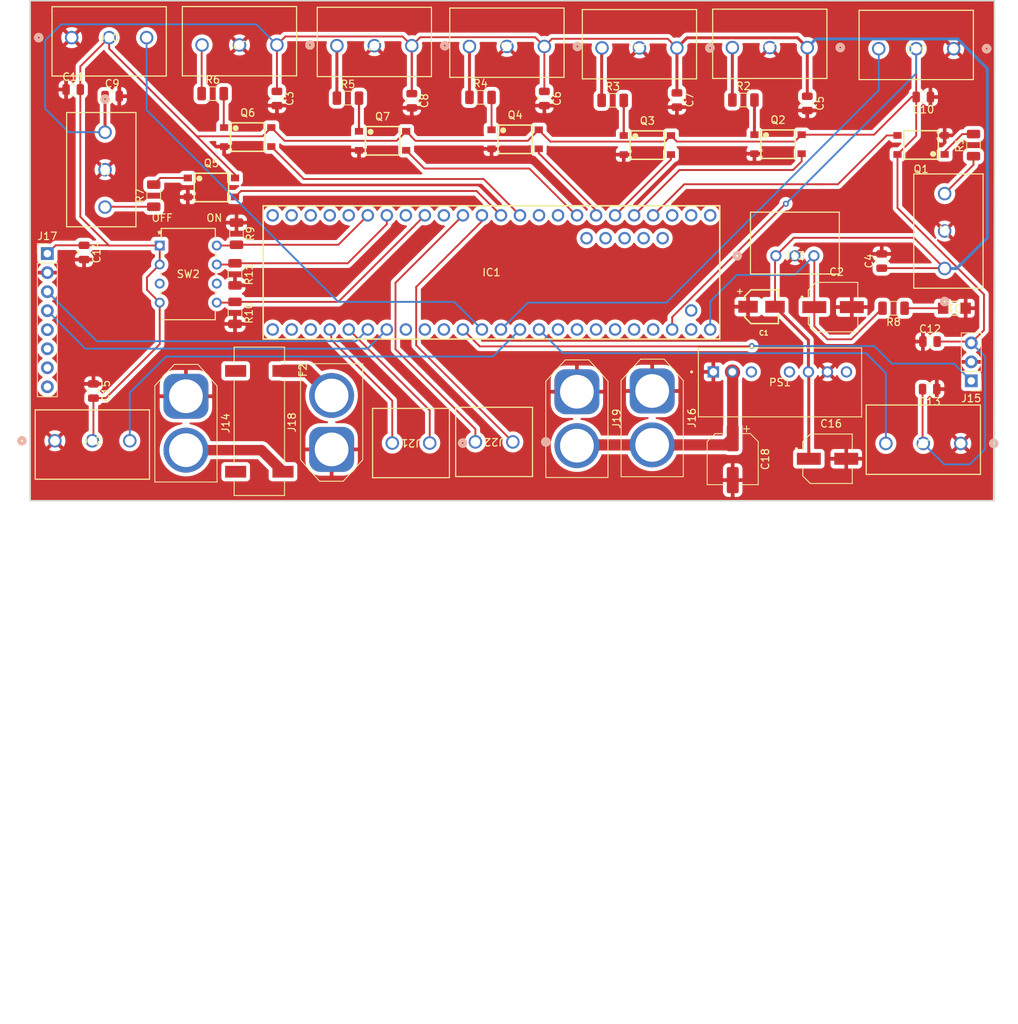
<source format=kicad_pcb>
(kicad_pcb (version 20240108) (generator "pcbnew") (generator_version "8.0")
  (layers (0 "F.Cu" signal) (31 "B.Cu" signal) (34 "B.Paste" user) (35 "F.Paste" user) (36 "B.SilkS" user "B.Silkscreen") (37 "F.SilkS" user "F.Silkscreen") (38 "B.Mask" user) (39 "F.Mask" user) (44 "Edge.Cuts" user))
  (net 0 "")
  (net 1 "+12V")
  (net 2 "GND")
  (net 3 "+5V")
  (net 4 "+3.3V")
  (net 5 "Net-(Q1-Pad1)")
  (net 6 "Net-(D1-A)")
  (net 7 "Net-(J14-Pin_2)")
  (net 8 "Net-(J18-Pin_2)")
  (net 11 "OM1")
  (net 12 "OM2")
  (net 13 "OM3")
  (net 14 "OM4")
  (net 15 "OM5")
  (net 16 "OM7")
  (net 17 "OM6")
  (net 18 "LN2")
  (net 19 "LN1")
  (net 20 "LN4")
  (net 21 "LN3")
  (net 22 "Start")
  (net 23 "+48V")
  (net 25 "SCL")
  (net 26 "SDA")
  (net 30 "BDC22")
  (net 31 "BDC2")
  (net 32 "BDC11")
  (net 33 "BDC1")
  (net 37 "DIP4")
  (net 38 "DIP1")
  (net 39 "DIP3")
  (net 40 "DIP2")
  (net 46 "Dis4")
  (net 53 "Dis1")
  (net 55 "Dis2")
  (net 59 "Dis5")
  (net 68 "Dis3")
  (net 69 "Dis7")
  (net 70 "Dis6")
  (net 74 "Net-(Q2-Pad1)")
  (net 75 "Net-(Q3-Pad1)")
  (net 76 "Net-(Q4-Pad1)")
  (net 77 "Net-(Q5-Pad1)")
  (net 78 "Net-(Q6-Pad1)")
  (net 79 "Net-(Q7-Pad1)")
  (footprint "askibidi:12vConvertor" (layer "F.Cu") (at 243.8625 81.75)
    (property "Reference" "PS1")
    (property "Value" "RSO-4812S_H2")
  )
  (footprint "askibidi:optopt" (layer "F.Cu") (at 243.604899 49.95)
    (property "Reference" "Q2")
    (property "Value" "WL-OCPT_SERIES_357")
  )
  (footprint "Capacitor_SMD:C_1206_3216Metric" (layer "F.Cu") (at 238.979899 44.05)
    (property "Reference" "R2")
    (property "Value" "500ohm")
  )
  (footprint "Connector_PinHeader_2.54mm:PinHeader_1x03_P2.54mm_Vertical" (layer "F.Cu") (at 269.4 81.55 180)
    (property "Reference" "J15")
    (property "Value" "Conn_01x03_Pin")
  )
  (footprint "askibidi:optopt" (layer "F.Cu") (at 208.504899 49.3)
    (property "Reference" "Q4")
    (property "Value" "WL-OCPT_SERIES_357")
  )
  (footprint "Capacitor_SMD:C_1206_3216Metric" (layer "F.Cu") (at 269.7 50.075 90)
    (property "Reference" "R1")
    (property "Value" "500ohm")
  )
  (footprint "Capacitor_SMD:C_0805_2012Metric" (layer "F.Cu") (at 263.85 82.65 180)
    (property "Reference" "C13")
    (property "Value" "0.1uF")
  )
  (footprint "askibidi:optopt" (layer "F.Cu") (at 172.8 49)
    (property "Reference" "Q6")
    (property "Value" "WL-OCPT_SERIES_357")
  )
  (footprint "askibidi:Screwterminal2" (layer "F.Cu") (at 197.1 89.85 180)
    (property "Reference" "J21")
    (property "Value" "Motor1")
  )
  (footprint "Capacitor_SMD:C_1206_3216Metric" (layer "F.Cu") (at 259.025 71.85 180)
    (property "Reference" "R8")
    (property "Value" "500ohm")
  )
  (footprint "askibidi:Screwterimanl3" (layer "F.Cu") (at 153.75 48.35 -90)
    (property "Reference" "J8")
    (property "Value" "Screw_Terminal_01x03")
  )
  (footprint "Capacitor_SMD:C_0805_2012Metric" (layer "F.Cu") (at 194.704899 44.15 -90)
    (property "Reference" "C8")
    (property "Value" "0.1uF")
  )
  (footprint "Connector_AMASS:AMASS_XT60-F_1x02_P7.20mm_Vertical" (layer "F.Cu") (at 226.8 82.9 -90)
    (property "Reference" "J16")
    (property "Value" "Conn_01x02_Pin")
  )
  (footprint "askibidi:5vregulator" (layer "F.Cu") (at 243.3149 64.849501)
    (property "Reference" "J13")
    (property "Value" "P78E05-1000")
  )
  (footprint "askibidi:Screwterimanl3" (layer "F.Cu") (at 267.05 37.2 180)
    (property "Reference" "J10")
    (property "Value" "Screw_Terminal_01x03")
  )
  (footprint "askibidi:Screwterimanl3" (layer "F.Cu") (at 147.0549 89.55)
    (property "Reference" "J12")
    (property "Value" "Screw_Terminal_01x03")
  )
  (footprint "askibidi:LED" (layer "F.Cu") (at 267.15 71.85 180)
    (property "Reference" "D1")
    (property "Value" "LED")
  )
  (footprint "askibidi:optopt" (layer "F.Cu") (at 262.7 50.05 180)
    (property "Reference" "Q1")
    (property "Value" "WL-OCPT_SERIES_357")
  )
  (footprint "Connector_AMASS:AMASS_XT60-F_1x02_P7.20mm_Vertical" (layer "F.Cu") (at 184 90.7 90)
    (property "Reference" "J18")
    (property "Value" "SparkIN")
  )
  (footprint "askibidi:Screwterimanl3" (layer "F.Cu") (at 247.504899 37.05 180)
    (property "Reference" "J4")
    (property "Value" "Screw_Terminal_01x03")
  )
  (footprint "Capacitor_SMD:C_0805_2012Metric" (layer "F.Cu") (at 154.7 43.5451)
    (property "Reference" "C9")
    (property "Value" "0.1uF")
  )
  (footprint "askibidi:AnotherTeensy" (layer "F.Cu") (at 229.47 59.45 180)
    (property "Reference" "IC1")
    (property "Value" "TEENSY_4.1")
  )
  (footprint "Connector_AMASS:AMASS_XT60-F_1x02_P7.20mm_Vertical" (layer "F.Cu") (at 164.55 83.6 -90)
    (property "Reference" "J14")
    (property "Value" "Battery")
  )
  (footprint "Capacitor_SMD:C_0805_2012Metric" (layer "F.Cu") (at 176.7 43.85 -90)
    (property "Reference" "C3")
    (property "Value" "0.1uF")
  )
  (footprint "Capacitor_SMD:CP_Elec_6.3x5.4" (layer "F.Cu") (at 237.55 92 -90)
    (property "Reference" "C18")
    (property "Value" "100uF")
  )
  (footprint "Capacitor_SMD:C_0805_2012Metric" (layer "F.Cu") (at 230.104899 44.05 -90)
    (property "Reference" "C7")
    (property "Value" "0.1uF")
  )
  (footprint "askibidi:optopt" (layer "F.Cu") (at 167.95 55.73)
    (property "Reference" "Q5")
    (property "Value" "WL-OCPT_SERIES_357")
  )
  (footprint "Capacitor_SMD:C_0805_2012Metric" (layer "F.Cu") (at 149.5 42.65)
    (property "Reference" "C11")
    (property "Value" "0.1uF")
  )
  (footprint "askibidi:Screwterimanl3" (layer "F.Cu") (at 268 89.9 180)
    (property "Reference" "J2")
    (property "Value" "Screw_Terminal_01x03")
  )
  (footprint "Capacitor_SMD:C_0805_2012Metric" (layer "F.Cu") (at 152.2 82.9 -90)
    (property "Reference" "C15")
    (property "Value" "0.1uF")
  )
  (footprint "askibidi:Screwterimanl3" (layer "F.Cu") (at 212.404899 36.9 180)
    (property "Reference" "J6")
    (property "Value" "Screw_Terminal_01x03")
  )
  (footprint "askibidi:10uF" (layer "F.Cu") (at 241.4 71.65 180)
    (property "Reference" "C1")
    (property "Value" "10uF")
  )
  (footprint "Capacitor_SMD:C_0805_2012Metric" (layer "F.Cu") (at 247.504899 44.5 -90)
    (property "Reference" "C5")
    (property "Value" "0.1uF")
  )
  (footprint "Capacitor_SMD:C_0805_2012Metric" (layer "F.Cu") (at 263.9 76.3)
    (property "Reference" "C12")
    (property "Value" "0.1uF")
  )
  (footprint "askibidi:Screwterimanl3" (layer "F.Cu") (at 230.1 37.1 180)
    (property "Reference" "J5")
    (property "Value" "Screw_Terminal_01x03")
  )
  (footprint "askibidi:Screwterimanl3" (layer "F.Cu") (at 176.7 36.7 180)
    (property "Reference" "J9")
    (property "Value" "Screw_Terminal_01x03")
  )
  (footprint "Capacitor_SMD:C_1206_3216Metric" (layer "F.Cu") (at 171.1 67.325 -90)
    (property "Reference" "R11")
    (property "Value" "10k")
  )
  (footprint "Capacitor_SMD:C_1206_3216Metric" (layer "F.Cu") (at 203.879899 43.7)
    (property "Reference" "R4")
    (property "Value" "500ohm")
  )
  (footprint "Capacitor_SMD:C_1206_3216Metric" (layer "F.Cu") (at 171.3 61.9 -90)
    (property "Reference" "R9")
    (property "Value" "10k")
  )
  (footprint "askibidi:Screwterimanl3" (layer "F.Cu") (at 194.704899 36.8 180)
    (property "Reference" "J7")
    (property "Value" "Screw_Terminal_01x03")
  )
  (footprint "askibidi:Fusemount" (layer "F.Cu") (at 174.35 86.95 -90)
    (property "Reference" "F2")
    (property "Value" "3587")
  )
  (footprint "Connector_AMASS:AMASS_XT60-F_1x02_P7.20mm_Vertical" (layer "F.Cu") (at 216.75 83 -90)
    (property "Reference" "J19")
    (property "Value" "SparkOUT")
  )
  (footprint "Capacitor_SMD:C_1206_3216Metric" (layer "F.Cu") (at 186.179899 43.8)
    (property "Reference" "R5")
    (property "Value" "500ohm")
  )
  (footprint "askibidi:optopt" (layer "F.Cu") (at 226.154899 50.07)
    (property "Reference" "Q3")
    (property "Value" "WL-OCPT_SERIES_357")
  )
  (footprint "askibidi:Dipshit" (layer "F.Cu") (at 161.05 63.48)
    (property "Reference" "SW2")
    (property "Value" "210-4MS")
  )
  (footprint "Capacitor_SMD:C_0805_2012Metric" (layer "F.Cu") (at 150.95 64.4 -90)
    (property "Reference" "C14")
    (property "Value" "0.1uF")
  )
  (footprint "Connector_PinHeader_2.54mm:PinHeader_1x08_P2.54mm_Vertical" (layer "F.Cu") (at 146.05 64.56)
    (property "Reference" "J17")
    (property "Value" "Conn_01x08_Pin")
  )
  (footprint "Capacitor_SMD:C_0805_2012Metric" (layer "F.Cu") (at 212.404899 43.85 -90)
    (property "Reference" "C6")
    (property "Value" "0.1uF")
  )
  (footprint "askibidi:Screwterimanl3" (layer "F.Cu") (at 265.85 66.55 90)
    (property "Reference" "J3")
    (property "Value" "Screw_Terminal_01x03")
  )
  (footprint "askibidi:Screwterminal2" (layer "F.Cu") (at 208.1951 89.699999 180)
    (property "Reference" "J22")
    (property "Value" "Motor2")
  )
  (footprint "Capacitor_SMD:C_0805_2012Metric" (layer "F.Cu") (at 257.45 65.55 90)
    (property "Reference" "C4")
    (property "Value" "0.1uF")
  )
  (footprint "Capacitor_SMD:C_0805_2012Metric" (layer "F.Cu") (at 263 43.65 180)
    (property "Reference" "C10")
    (property "Value" "0.1uF")
  )
  (footprint "askibidi:Ecap" (layer "F.Cu") (at 250.95 71.7)
    (property "Reference" "C2")
    (property "Value" "22uF")
  )
  (footprint "Capacitor_SMD:C_1206_3216Metric" (layer "F.Cu") (at 171.1 72.475 -90)
    (property "Reference" "R10")
    (property "Value" "10k")
  )
  (footprint "Capacitor_SMD:C_1206_3216Metric" (layer "F.Cu") (at 160.25 56.825 90)
    (property "Reference" "R7")
    (property "Value" "500ohm")
  )
  (footprint "Capacitor_SMD:C_1206_3216Metric" (layer "F.Cu") (at 221.529899 44.1)
    (property "Reference" "R3")
    (property "Value" "500ohm")
  )
  (footprint "Capacitor_SMD:C_1206_3216Metric" (layer "F.Cu") (at 168.125 43.2)
    (property "Reference" "R6")
    (property "Value" "500ohm")
  )
  (footprint "askibidi:optopt" (layer "F.Cu") (at 190.804899 49.5)
    (property "Reference" "Q7")
    (property "Value" "WL-OCPT_SERIES_357")
  )
  (footprint "askibidi:Ecap" (layer "F.Cu") (at 250.2125 91.95)
    (property "Reference" "C16")
    (property "Value" "22uF")
  )
  (footprint "askibidi:Screwterimanl3" (layer "F.Cu") (at 149.3 35.725)
    (property "Reference" "J20")
    (property "Value" "Screw_Terminal_01x03")
  )
  (gr_rect (start 143.75 30.8) (end 272.496 97.55) (stroke (width 0.2)) (fill none) (layer "Edge.Cuts"))
  (segment (start 230.104899 37.104899) (end 230.1 37.1) (width 0.25) (layer "F.Cu") (net 1))
  (segment (start 231.4517 35.7483) (end 230.1 37.1) (width 0.4) (layer "F.Cu") (net 1))
  (segment (start 211.178199 35.6733) (end 195.831599 35.6733) (width 0.25) (layer "F.Cu") (net 1))
  (segment (start 176.7 36.7) (end 177.8267 35.5733) (width 0.25) (layer "F.Cu") (net 1))
  (segment (start 195.831599 35.6733) (end 194.704899 36.8) (width 0.25) (layer "F.Cu") (net 1))
  (segment (start 247.6625 80.35) (end 247.6625 76.1125) (width 0.4) (layer "F.Cu") (net 1))
  (segment (start 177.8267 35.5733) (end 193.478199 35.5733) (width 0.25) (layer "F.Cu") (net 1))
  (segment (start 265.8 66.5) (end 265.85 66.55) (width 0.25) (layer "F.Cu") (net 1))
  (segment (start 230.104899 43.1) (end 230.104899 37.104899) (width 0.4) (layer "F.Cu") (net 1))
  (segment (start 247.7125 80.4) (end 247.6625 80.35) (width 0.25) (layer "F.Cu") (net 1))
  (segment (start 261.75 62.45) (end 265.85 66.55) (width 0.25) (layer "F.Cu") (net 1))
  (segment (start 247.7125 91.95) (end 247.7125 80.4) (width 0.4) (layer "F.Cu") (net 1))
  (segment (start 243.2 71.65) (end 243.2 64.964401) (width 0.25) (layer "F.Cu") (net 1))
  (segment (start 246.203199 35.7483) (end 231.4517 35.7483) (width 0.4) (layer "F.Cu") (net 1))
  (segment (start 212.404899 36.9) (end 211.178199 35.6733) (width 0.25) (layer "F.Cu") (net 1))
  (segment (start 243.2 64.964401) (end 243.3149 64.849501) (width 0.25) (layer "F.Cu") (net 1))
  (segment (start 213.431599 35.8733) (end 212.404899 36.9) (width 0.25) (layer "F.Cu") (net 1))
  (segment (start 243.3149 64.849501) (end 245.714401 62.45) (width 0.25) (layer "F.Cu") (net 1))
  (segment (start 212.404899 36.9) (end 212.404899 42.9) (width 0.25) (layer "F.Cu") (net 1))
  (segment (start 194.704899 36.8) (end 194.704899 43.2) (width 0.3) (layer "F.Cu") (net 1))
  (segment (start 257.45 66.5) (end 265.8 66.5) (width 0.25) (layer "F.Cu") (net 1))
  (segment (start 247.504899 43.55) (end 247.504899 37.05) (width 0.4) (layer "F.Cu") (net 1))
  (segment (start 153.75 48.35) (end 153.75 43.5451) (width 0.4) (layer "F.Cu") (net 1))
  (segment (start 228.8733 35.8733) (end 213.431599 35.8733) (width 0.25) (layer "F.Cu") (net 1))
  (segment (start 193.478199 35.5733) (end 194.704899 36.8) (width 0.25) (layer "F.Cu") (net 1))
  (segment (start 176.7 36.7) (end 176.7 42.9) (width 0.25) (layer "F.Cu") (net 1))
  (segment (start 247.6625 76.1125) (end 243.2 71.65) (width 0.4) (layer "F.Cu") (net 1))
  (segment (start 245.714401 62.45) (end 261.75 62.45) (width 0.25) (layer "F.Cu") (net 1))
  (segment (start 247.504899 37.05) (end 246.203199 35.7483) (width 0.4) (layer "F.Cu") (net 1))
  (segment (start 230.1 37.1) (end 228.8733 35.8733) (width 0.25) (layer "F.Cu") (net 1))
  (segment (start 145.75 36.1) (end 145.75 45.2) (width 0.25) (layer "B.Cu") (net 1))
  (segment (start 267.589182 35.8983) (end 271.55 39.859118) (width 0.4) (layer "B.Cu") (net 1))
  (segment (start 147.9 33.95) (end 145.75 36.1) (width 0.25) (layer "B.Cu") (net 1))
  (segment (start 148.9 48.35) (end 153.75 48.35) (width 0.25) (layer "B.Cu") (net 1))
  (segment (start 145.75 45.2) (end 148.9 48.35) (width 0.25) (layer "B.Cu") (net 1))
  (segment (start 176.7 36.7) (end 173.95 33.95) (width 0.25) (layer "B.Cu") (net 1))
  (segment (start 271.55 39.859118) (end 271.55 62.445101) (width 0.4) (layer "B.Cu") (net 1))
  (segment (start 271.55 62.445101) (end 267.445101 66.55) (width 0.4) (layer "B.Cu") (net 1))
  (segment (start 247.504899 37.05) (end 248.656599 35.8983) (width 0.4) (layer "B.Cu") (net 1))
  (segment (start 248.656599 35.8983) (end 267.589182 35.8983) (width 0.4) (layer "B.Cu") (net 1))
  (segment (start 267.445101 66.55) (end 265.85 66.55) (width 0.4) (layer "B.Cu") (net 1))
  (segment (start 173.95 33.95) (end 147.9 33.95) (width 0.25) (layer "B.Cu") (net 1))
  (segment (start 149.75 35.775) (end 149.8 35.725) (width 0.25) (layer "F.Cu") (net 2))
  (segment (start 248.45 71.7) (end 248.45 64.904601) (width 0.25) (layer "F.Cu") (net 3))
  (segment (start 250.2 76) (end 253.4 76) (width 0.25) (layer "F.Cu") (net 3))
  (segment (start 248.45 64.904601) (end 248.3949 64.849501) (width 0.25) (layer "F.Cu") (net 3))
  (segment (start 248.45 71.7) (end 248.45 74.25) (width 0.25) (layer "F.Cu") (net 3))
  (segment (start 253.4 76) (end 257.55 71.85) (width 0.25) (layer "F.Cu") (net 3))
  (segment (start 248.45 74.25) (end 250.2 76) (width 0.25) (layer "F.Cu") (net 3))
  (segment (start 238.1 67.4) (end 234.55 70.95) (width 0.25) (layer "B.Cu") (net 3))
  (segment (start 245.844401 67.4) (end 238.1 67.4) (width 0.25) (layer "B.Cu") (net 3))
  (segment (start 248.3949 64.849501) (end 245.844401 67.4) (width 0.25) (layer "B.Cu") (net 3))
  (segment (start 234.55 70.95) (end 234.55 74.69) (width 0.25) (layer "B.Cu") (net 3))
  (segment (start 262.9 82.65) (end 262.9 89.8) (width 0.25) (layer "F.Cu") (net 4))
  (segment (start 177.72 49.5) (end 192.684899 49.5) (width 0.25) (layer "F.Cu") (net 4))
  (segment (start 166 48.9) (end 154.3 37.2) (width 0.25) (layer "F.Cu") (net 4))
  (segment (start 192.684899 49.5) (end 193.954899 48.23) (width 0.25) (layer "F.Cu") (net 4))
  (segment (start 152.2 89.4049) (end 152.0549 89.55) (width 0.25) (layer "F.Cu") (net 4))
  (segment (start 211.654899 48.054899) (end 213.2 49.6) (width 0.25) (layer "F.Cu") (net 4))
  (segment (start 255 48.68) (end 256.42 48.68) (width 0.25) (layer "F.Cu") (net 4))
  (segment (start 175.95 47.73) (end 177.72 49.5) (width 0.25) (layer "F.Cu") (net 4))
  (segment (start 228.504899 49.6) (end 229.304899 48.8) (width 0.25) (layer "F.Cu") (net 4))
  (segment (start 174.78 48.9) (end 166 48.9) (width 0.25) (layer "F.Cu") (net 4))
  (segment (start 154.28 63.48) (end 154.25 63.45) (width 0.25) (layer "F.Cu") (net 4))
  (segment (start 211.654899 48.03) (end 211.654899 48.054899) (width 0.25) (layer "F.Cu") (net 4))
  (segment (start 229.304899 48.8) (end 229.304899 48.804899) (width 0.25) (layer "F.Cu") (net 4))
  (segment (start 246.754899 48.68) (end 255 48.68) (width 0.25) (layer "F.Cu") (net 4))
  (segment (start 210.184899 49.5) (end 211.654899 48.03) (width 0.25) (layer "F.Cu") (net 4))
  (segment (start 152.2 83.85) (end 152.2 89.4049) (width 0.25) (layer "F.Cu") (net 4))
  (segment (start 171.1 54) (end 166 48.9) (width 0.25) (layer "F.Cu") (net 4))
  (segment (start 152.2 83.85) (end 153.85 83.85) (width 0.25) (layer "F.Cu") (net 4))
  (segment (start 195.2 49.5) (end 210.184899 49.5) (width 0.25) (layer "F.Cu") (net 4))
  (segment (start 229.47 74.69) (end 229.47 73.03) (width 0.25) (layer "F.Cu") (net 4))
  (segment (start 262.05 48.82) (end 259.55 51.32) (width 0.25) (layer "F.Cu") (net 4))
  (segment (start 175.95 47.73) (end 174.78 48.9) (width 0.25) (layer "F.Cu") (net 4))
  (segment (start 152.5 89.35) (end 152.45 89.4) (width 0.25) (layer "F.Cu") (net 4))
  (segment (start 161.05 76.65) (end 161.05 71.1) (width 0.25) (layer "F.Cu") (net 4))
  (segment (start 154.25 63.45) (end 150.95 63.45) (width 0.25) (layer "F.Cu") (net 4))
  (segment (start 262.05 43.65) (end 262.05 37.2) (width 0.25) (layer "F.Cu") (net 4))
  (segment (start 194.654899 48.954899) (end 195.2 49.5) (width 0.25) (layer "F.Cu") (net 4))
  (segment (start 245.834899 49.6) (end 246.754899 48.68) (width 0.25) (layer "F.Cu") (net 4))
  (segment (start 150.45 42.65) (end 150.45 59.65) (width 0.25) (layer "F.Cu") (net 4))
  (segment (start 150.45 59.65) (end 154.28 63.48) (width 0.25) (layer "F.Cu") (net 4))
  (segment (start 259.55 51.32) (end 259.55 58.45) (width 0.25) (layer "F.Cu") (net 4))
  (segment (start 256.42 48.68) (end 261.45 43.65) (width 0.25) (layer "F.Cu") (net 4))
  (segment (start 213.2 49.6) (end 228.504899 49.6) (width 0.25) (layer "F.Cu") (net 4))
  (segment (start 264.85 76.3) (end 269.23 76.3) (width 0.25) (layer "F.Cu") (net 4))
  (segment (start 150.95 63.45) (end 147.16 63.45) (width 0.25) (layer "F.Cu") (net 4))
  (segment (start 193.954899 48.23) (end 194.654899 48.93) (width 0.25) (layer "F.Cu") (net 4))
  (segment (start 229.47 73.03) (end 244.6 57.9) (width 0.25) (layer "F.Cu") (net 4))
  (segment (start 271.1 70) (end 271.1 74.77) (width 0.25) (layer "F.Cu") (net 4))
  (segment (start 230.1 49.6) (end 245.834899 49.6) (width 0.25) (layer "F.Cu") (net 4))
  (segment (start 147.16 63.45) (end 146.05 64.56) (width 0.25) (layer "F.Cu") (net 4))
  (segment (start 261.45 43.65) (end 262.05 43.65) (width 0.25) (layer "F.Cu") (net 4))
  (segment (start 150.45 39.575) (end 154.3 35.725) (width 0.25) (layer "F.Cu") (net 4))
  (segment (start 244.6 57.9) (end 244.65 57.9) (width 0.25) (layer "F.Cu") (net 4))
  (segment (start 153.85 83.85) (end 161.05 76.65) (width 0.25) (layer "F.Cu") (net 4))
  (segment (start 154.3 37.2) (end 154.3 35.725) (width 0.25) (layer "F.Cu") (net 4))
  (segment (start 194.654899 48.93) (end 194.654899 48.954899) (width 0.25) (layer "F.Cu") (net 4))
  (segment (start 171.1 54.46) (end 171.1 54) (width 0.25) (layer "F.Cu") (net 4))
  (segment (start 150.45 42.65) (end 150.45 39.575) (width 0.25) (layer "F.Cu") (net 4))
  (segment (start 154.28 63.48) (end 161.05 63.48) (width 0.25) (layer "F.Cu") (net 4))
  (segment (start 159.35 67.72) (end 159.35 69.4) (width 0.25) (layer "F.Cu") (net 4))
  (segment (start 161.05 63.48) (end 161.05 66.02) (width 0.25) (layer "F.Cu") (net 4))
  (segment (start 161.05 66.02) (end 159.35 67.72) (width 0.25) (layer "F.Cu") (net 4))
  (segment (start 269.23 76.3) (end 269.4 76.47) (width 0.25) (layer "F.Cu") (net 4))
  (segment (start 229.304899 48.804899) (end 230.1 49.6) (width 0.25) (layer "F.Cu") (net 4))
  (segment (start 259.55 58.45) (end 271.1 70) (width 0.25) (layer "F.Cu") (net 4))
  (segment (start 159.35 69.4) (end 161.05 71.1) (width 0.25) (layer "F.Cu") (net 4))
  (segment (start 271.1 74.77) (end 269.4 76.47) (width 0.25) (layer "F.Cu") (net 4))
  (segment (start 262.05 43.65) (end 262.05 48.82) (width 0.25) (layer "F.Cu") (net 4))
  (via (at 244.65 57.9) (size 0.8) (drill 0.4) (layers "F.Cu" "B.Cu") (net 4))
  (segment (start 262.05 40.5) (end 262.05 37.2) (width 0.25) (layer "B.Cu") (net 4))
  (segment (start 271.25 90.65) (end 271.25 78.32) (width 0.25) (layer "B.Cu") (net 4))
  (segment (start 269.2 92.7) (end 271.25 90.65) (width 0.25) (layer "B.Cu") (net 4))
  (segment (start 263 89.9) (end 265.8 92.7) (width 0.25) (layer "B.Cu") (net 4))
  (segment (start 265.8 92.7) (end 269.2 92.7) (width 0.25) (layer "B.Cu") (net 4))
  (segment (start 244.65 57.9) (end 262.05 40.5) (width 0.25) (layer "B.Cu") (net 4))
  (segment (start 271.25 78.32) (end 269.4 76.47) (width 0.25) (layer "B.Cu") (net 4))
  (segment (start 268.2 48.6) (end 269.7 48.6) (width 0.25) (layer "F.Cu") (net 5))
  (segment (start 265.85 50.95) (end 268.2 48.6) (width 0.25) (layer "F.Cu") (net 5))
  (segment (start 265.85 51.32) (end 265.85 50.95) (width 0.25) (layer "F.Cu") (net 5))
  (segment (start 265.65 71.85) (end 260.5 71.85) (width 0.25) (layer "F.Cu") (net 6))
  (segment (start 177.51 93.68) (end 174.63 90.8) (width 1.4) (layer "F.Cu") (net 7))
  (segment (start 174.63 90.8) (end 164.55 90.8) (width 1.4) (layer "F.Cu") (net 7))
  (segment (start 180.72 80.22) (end 184 83.5) (width 1.7) (layer "F.Cu") (net 8))
  (segment (start 177.51 80.22) (end 180.72 80.22) (width 1.7) (layer "F.Cu") (net 8))
  (segment (start 265.85 56.55) (end 269.7 52.7) (width 0.25) (layer "F.Cu") (net 11))
  (segment (start 265.65 56.75) (end 265.85 56.55) (width 0.25) (layer "F.Cu") (net 11))
  (segment (start 269.7 52.7) (end 269.7 51.55) (width 0.25) (layer "F.Cu") (net 11))
  (segment (start 237.504899 44.05) (end 237.504899 37.05) (width 0.4) (layer "F.Cu") (net 12))
  (segment (start 220.054899 44.1) (end 220.054899 37.145101) (width 0.4) (layer "F.Cu") (net 13))
  (segment (start 220.054899 37.145101) (end 220.1 37.1) (width 0.25) (layer "F.Cu") (net 13))
  (segment (start 202.404899 43.7) (end 202.404899 36.9) (width 0.4) (layer "F.Cu") (net 14))
  (segment (start 184.704899 36.8) (end 184.704899 43.8) (width 0.4) (layer "F.Cu") (net 15))
  (segment (start 153.8 58.3) (end 153.75 58.35) (width 0.25) (layer "F.Cu") (net 16))
  (segment (start 160.25 58.3) (end 153.8 58.3) (width 0.25) (layer "F.Cu") (net 16))
  (segment (start 166.65 43.2) (end 166.65 36.75) (width 0.25) (layer "F.Cu") (net 17))
  (segment (start 166.65 36.75) (end 166.7 36.7) (width 0.25) (layer "F.Cu") (net 17))
  (segment (start 228.7 71.1) (end 210.2 71.1) (width 0.25) (layer "B.Cu") (net 18))
  (segment (start 210.2 71.1) (end 206.61 74.69) (width 0.25) (layer "B.Cu") (net 18))
  (segment (start 257.05 42.75) (end 228.7 71.1) (width 0.25) (layer "B.Cu") (net 18))
  (segment (start 257.05 37.2) (end 257.05 42.75) (width 0.25) (layer "B.Cu") (net 18))
  (segment (start 159.3 45.4) (end 159.45 45.55) (width 0.25) (layer "B.Cu") (net 19))
  (segment (start 159.45 45.55) (end 184.9 71) (width 0.25) (layer "B.Cu") (net 19))
  (segment (start 184.9 71) (end 200.38 71) (width 0.25) (layer "B.Cu") (net 19))
  (segment (start 159.3 35.725) (end 159.3 45.4) (width 0.25) (layer "B.Cu") (net 19))
  (segment (start 200.38 71) (end 204.07 74.69) (width 0.25) (layer "B.Cu") (net 19))
  (segment (start 258 80.5) (end 255.35 77.85) (width 0.25) (layer "B.Cu") (net 20))
  (segment (start 258 89.9) (end 258 80.5) (width 0.25) (layer "B.Cu") (net 20))
  (segment (start 214.85 77.85) (end 211.69 74.69) (width 0.25) (layer "B.Cu") (net 20))
  (segment (start 255.35 77.85) (end 214.85 77.85) (width 0.25) (layer "B.Cu") (net 20))
  (segment (start 161.9 78.3) (end 157.0549 83.1451) (width 0.25) (layer "B.Cu") (net 21))
  (segment (start 209.15 74.69) (end 205.54 78.3) (width 0.25) (layer "B.Cu") (net 21))
  (segment (start 205.54 78.3) (end 161.9 78.3) (width 0.25) (layer "B.Cu") (net 21))
  (segment (start 157.0549 83.1451) (end 157.0549 89.55) (width 0.25) (layer "B.Cu") (net 21))
  (segment (start 203.79 76.95) (end 239.65 76.95) (width 0.25) (layer "F.Cu") (net 22))
  (segment (start 201.53 74.69) (end 203.79 76.95) (width 0.25) (layer "F.Cu") (net 22))
  (segment (start 240.05 76.95) (end 240.1 76.9) (width 0.25) (layer "F.Cu") (net 22))
  (segment (start 239.65 76.95) (end 240.05 76.95) (width 0.25) (layer "F.Cu") (net 22))
  (via (at 240.1 76.9) (size 0.8) (drill 0.4) (layers "F.Cu" "B.Cu") (net 22))
  (segment (start 240.1 76.9) (end 256.45 76.9) (width 0.25) (layer "B.Cu") (net 22))
  (segment (start 256.45 76.9) (end 258.8 79.25) (width 0.25) (layer "B.Cu") (net 22))
  (segment (start 258.8 79.25) (end 267.1 79.25) (width 0.25) (layer "B.Cu") (net 22))
  (segment (start 267.1 79.25) (end 269.4 81.55) (width 0.25) (layer "B.Cu") (net 22))
  (segment (start 216.85 90.1) (end 216.75 90.2) (width 1.5) (layer "F.Cu") (net 23))
  (segment (start 226.8 90.1) (end 216.85 90.1) (width 1.5) (layer "F.Cu") (net 23))
  (segment (start 236.65 90.1) (end 237.55 89.2) (width 1.5) (layer "F.Cu") (net 23))
  (segment (start 236.65 90.1) (end 226.8 90.1) (width 1.5) (layer "F.Cu") (net 23))
  (segment (start 237.55 89.2) (end 237.55 80.3975) (width 1.5) (layer "F.Cu") (net 23))
  (segment (start 237.55 80.3975) (end 237.5025 80.35) (width 2) (layer "F.Cu") (net 23))
  (segment (start 152.66 76.25) (end 146.05 69.64) (width 0.25) (layer "B.Cu") (net 25))
  (segment (start 187.27 76.25) (end 152.66 76.25) (width 0.25) (layer "B.Cu") (net 25))
  (segment (start 188.83 74.69) (end 187.27 76.25) (width 0.25) (layer "B.Cu") (net 25))
  (segment (start 151.12 77.25) (end 146.05 72.18) (width 0.25) (layer "B.Cu") (net 26))
  (segment (start 191.37 74.69) (end 188.81 77.25) (width 0.25) (layer "B.Cu") (net 26))
  (segment (start 188.81 77.25) (end 151.12 77.25) (width 0.25) (layer "B.Cu") (net 26))
  (segment (start 183.95 76.05) (end 183.95 74.89) (width 0.25) (layer "F.Cu") (net 30))
  (segment (start 192.1 84.2) (end 183.95 76.05) (width 0.25) (layer "F.Cu") (net 30))
  (segment (start 192.1 89.85) (end 192.1 84.2) (width 0.25) (layer "F.Cu") (net 30))
  (segment (start 183.95 74.89) (end 183.75 74.69) (width 0.25) (layer "F.Cu") (net 30))
  (segment (start 197.1 85.5) (end 186.29 74.69) (width 0.25) (layer "F.Cu") (net 31))
  (segment (start 197.1 89.85) (end 197.1 85.5) (width 0.25) (layer "F.Cu") (net 31))
  (segment (start 192.5275 68.4525) (end 192.5275 77.3275) (width 0.25) (layer "F.Cu") (net 32))
  (segment (start 192.5275 77.3275) (end 203.1951 87.9951) (width 0.25) (layer "F.Cu") (net 32))
  (segment (start 201.53 59.45) (end 192.5275 68.4525) (width 0.25) (layer "F.Cu") (net 32))
  (segment (start 203.1951 87.9951) (end 203.1951 89.699999) (width 0.25) (layer "F.Cu") (net 32))
  (segment (start 208.1951 89.699999) (end 195.2925 76.797399) (width 0.25) (layer "F.Cu") (net 33))
  (segment (start 195.2925 69.0075) (end 204.07 60.23) (width 0.25) (layer "F.Cu") (net 33))
  (segment (start 195.2925 76.797399) (end 195.2925 69.0075) (width 0.25) (layer "F.Cu") (net 33))
  (segment (start 204.07 60.23) (end 204.07 59.45) (width 0.25) (layer "F.Cu") (net 33))
  (segment (start 171.195 63.48) (end 171.3 63.375) (width 0.25) (layer "F.Cu") (net 37))
  (segment (start 168.67 63.48) (end 171.195 63.48) (width 0.25) (layer "F.Cu") (net 37))
  (segment (start 184.905 63.375) (end 188.83 59.45) (width 0.25) (layer "F.Cu") (net 37))
  (segment (start 171.3 63.375) (end 184.905 63.375) (width 0.25) (layer "F.Cu") (net 37))
  (segment (start 171 71.1) (end 171.1 71) (width 0.25) (layer "F.Cu") (net 38))
  (segment (start 168.67 71.1) (end 171 71.1) (width 0.25) (layer "F.Cu") (net 38))
  (segment (start 184.9 71) (end 196.45 59.45) (width 0.25) (layer "F.Cu") (net 38))
  (segment (start 171.1 71) (end 184.9 71) (width 0.25) (layer "F.Cu") (net 38))
  (segment (start 186.15 65.85) (end 171.1 65.85) (width 0.25) (layer "F.Cu") (net 39))
  (segment (start 191.37 60.63) (end 186.15 65.85) (width 0.25) (layer "F.Cu") (net 39))
  (segment (start 170.93 66.02) (end 171.1 65.85) (width 0.25) (layer "F.Cu") (net 39))
  (segment (start 191.37 59.45) (end 191.37 60.63) (width 0.25) (layer "F.Cu") (net 39))
  (segment (start 168.67 66.02) (end 170.93 66.02) (width 0.25) (layer "F.Cu") (net 39))
  (segment (start 211.654899 50.57) (end 211.654899 51.154899) (width 0.25) (layer "F.Cu") (net 46))
  (segment (start 211.654899 51.154899) (end 219.31 58.81) (width 0.25) (layer "F.Cu") (net 46))
  (segment (start 211.654899 50.57) (end 211.754899 50.57) (width 0.25) (layer "F.Cu") (net 46))
  (segment (start 211.7 50.615101) (end 211.654899 50.57) (width 0.25) (layer "F.Cu") (net 46))
  (segment (start 219.31 58.81) (end 219.31 59.45) (width 0.25) (layer "F.Cu") (net 46))
  (segment (start 245.5 55.3) (end 248.85 55.3) (width 0.25) (layer "F.Cu") (net 53))
  (segment (start 231.08 55.3) (end 245.5 55.3) (width 0.25) (layer "F.Cu") (net 53))
  (segment (start 258.12 48.78) (end 259.55 48.78) (width 0.25) (layer "F.Cu") (net 53))
  (segment (start 226.93 59.45) (end 231.08 55.3) (width 0.25) (layer "F.Cu") (net 53))
  (segment (start 251.6 55.3) (end 258.12 48.78) (width 0.25) (layer "F.Cu") (net 53))
  (segment (start 248.85 55.3) (end 249.6 55.3) (width 0.25) (layer "F.Cu") (net 53))
  (segment (start 248.85 55.3) (end 251.6 55.3) (width 0.25) (layer "F.Cu") (net 53))
  (segment (start 246.754899 52.245101) (end 246.754899 51.22) (width 0.25) (layer "F.Cu") (net 55))
  (segment (start 245.6 53.4) (end 246.754899 52.245101) (width 0.25) (layer "F.Cu") (net 55))
  (segment (start 230.44 53.4) (end 245.6 53.4) (width 0.25) (layer "F.Cu") (net 55))
  (segment (start 224.39 59.45) (end 230.44 53.4) (width 0.25) (layer "F.Cu") (net 55))
  (segment (start 193.954899 50.77) (end 196.384899 53.2) (width 0.25) (layer "F.Cu") (net 59))
  (segment (start 210.4 53.2) (end 216.65 59.45) (width 0.25) (layer "F.Cu") (net 59))
  (segment (start 196.384899 53.2) (end 210.4 53.2) (width 0.25) (layer "F.Cu") (net 59))
  (segment (start 216.65 59.45) (end 216.77 59.45) (width 0.25) (layer "F.Cu") (net 59))
  (segment (start 229.304899 51.34) (end 229.304899 51.995101) (width 0.25) (layer "F.Cu") (net 68))
  (segment (start 229.304899 51.995101) (end 221.85 59.45) (width 0.25) (layer "F.Cu") (net 68))
  (segment (start 171.9 56.2) (end 171.1 57) (width 0.25) (layer "F.Cu") (net 69))
  (segment (start 206.61 59.45) (end 203.36 56.2) (width 0.25) (layer "F.Cu") (net 69))
  (segment (start 203.36 56.2) (end 171.9 56.2) (width 0.25) (layer "F.Cu") (net 69))
  (segment (start 209.15 59.45) (end 204.3 54.6) (width 0.25) (layer "F.Cu") (net 70))
  (segment (start 180.28 54.6) (end 175.95 50.27) (width 0.25) (layer "F.Cu") (net 70))
  (segment (start 204.3 54.6) (end 180.28 54.6) (width 0.25) (layer "F.Cu") (net 70))
  (segment (start 240.454899 44.05) (end 240.454899 48.68) (width 0.4) (layer "F.Cu") (net 74))
  (segment (start 223.004899 44.1) (end 223.004899 48.8) (width 0.3) (layer "F.Cu") (net 75))
  (segment (start 205.354899 43.7) (end 205.354899 48.03) (width 0.25) (layer "F.Cu") (net 76))
  (segment (start 161.14 54.46) (end 160.25 55.35) (width 0.25) (layer "F.Cu") (net 77))
  (segment (start 164.8 54.46) (end 161.14 54.46) (width 0.25) (layer "F.Cu") (net 77))
  (segment (start 169.6 47.68) (end 169.65 47.73) (width 0.25) (layer "F.Cu") (net 78))
  (segment (start 169.6 43.2) (end 169.6 47.68) (width 0.25) (layer "F.Cu") (net 78))
  (segment (start 187.654899 48.23) (end 187.654899 43.8) (width 0.3) (layer "F.Cu") (net 79))
  (zone (net 2) (net_name "GND") (layer "F.Cu") (connect_pads (clearance 0.5)) (min_thickness 0.25) (fill yes (thermal_gap 0.5) (thermal_bridge_width 0.5))
    (polygon (pts (xy 143.823 30.875) (xy 143.7 97.625) (xy 272.304 97.470101) (xy 272.427 30.720101)))
  )
)
</source>
